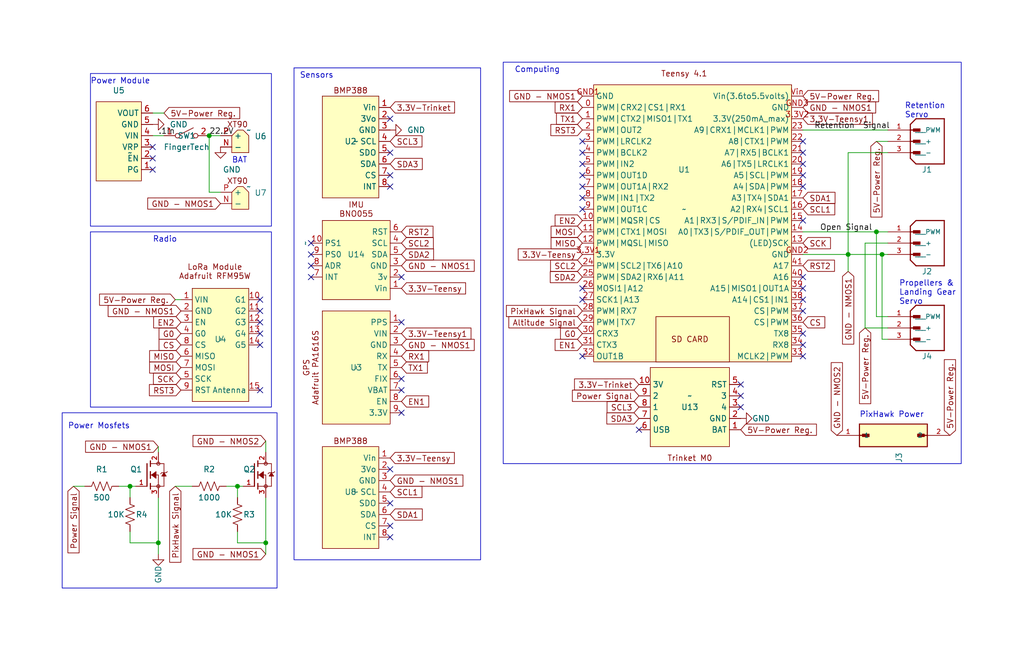
<source format=kicad_sch>
(kicad_sch (version 20230121) (generator eeschema)
  (paper "User" 229.997 150.012)
  (title_block (title "PCB Design Schematic") (date "2024-01-06") (rev "3") (company "Anthony Konstantinidi and Kathleen Arrington"))
  (lib_symbols
    (symbol "BMP388:BMP388"
      (property "Reference" "U" (at 1.27 0 0))
      (symbol "BMP388_1_1"
        (rectangle (start -6.35 10.16) (end 6.35 -12.7) (fill (type background)))
        (text "BMP388" (at 0 11.43 0) (effects (font (size 1.27 1.27))))
        (pin input line (at 8.89 7.62 180) (length 2.54) (name "Vin") (number "1"))
        (pin input line (at 8.89 5.08 180) (length 2.54) (name "3Vo") (number "2"))
        (pin input line (at 8.89 2.54 180) (length 2.54) (name "GND") (number "3"))
        (pin input line (at 8.89 0 180) (length 2.54) (name "SCL") (number "4"))
        (pin input line (at 8.89 -2.54 180) (length 2.54) (name "SDO") (number "5"))
        (pin input line (at 8.89 -5.08 180) (length 2.54) (name "SDA") (number "6"))
        (pin input line (at 8.89 -7.62 180) (length 2.54) (name "CS") (number "7"))
        (pin input line (at 8.89 -10.16 180) (length 2.54) (name "INT") (number "8"))
      )
    )
    (symbol "BNO055:BNO055"
      (property "Reference" "U" (at 0 -1.27 0))
      (symbol "BNO055_1_1"
        (rectangle (start -7.62 7.62) (end 7.62 -10.16) (fill (type background)))
        (text "IMU\nBNO055" (at 0 10.16 0) (effects (font (size 1.27 1.27))))
        (pin bidirectional line (at 10.16 -7.62 180) (length 2.54) (name "Vin") (number "1"))
        (pin bidirectional line (at -10.16 2.54 0) (length 2.54) (name "PS1") (number "10"))
        (pin bidirectional line (at 10.16 -5.08 180) (length 2.54) (name "3v") (number "2"))
        (pin bidirectional line (at 10.16 -2.54 180) (length 2.54) (name "GND") (number "3"))
        (pin bidirectional line (at 10.16 2.54 180) (length 2.54) (name "SCL") (number "4"))
        (pin bidirectional line (at 10.16 0 180) (length 2.54) (name "SDA") (number "5"))
        (pin bidirectional line (at 10.16 5.08 180) (length 2.54) (name "RST") (number "6"))
        (pin bidirectional line (at -10.16 -5.08 0) (length 2.54) (name "INT") (number "7"))
        (pin bidirectional line (at -10.16 -2.54 0) (length 2.54) (name "ADR") (number "8"))
        (pin bidirectional line (at -10.16 0 0) (length 2.54) (name "PS0") (number "9"))
      )
    )
    (symbol "Device:R_US" (pin_numbers hide) (pin_names (offset 0))
      (property "Reference" "R" (at 2.54 0 90))
      (property "Value" "R_US" (at -2.54 0 90))
      (symbol "R_US_0_1"
        (polyline (pts (xy 0 -2.286) (xy 0 -2.54)))
        (polyline (pts (xy 0 2.286) (xy 0 2.54)))
        (polyline (pts (xy 0 -0.762) (xy 1.016 -1.143) (xy 0 -1.524) (xy -1.016 -1.905) (xy 0 -2.286)))
        (polyline (pts (xy 0 0.762) (xy 1.016 0.381) (xy 0 0) (xy -1.016 -0.381) (xy 0 -0.762)))
        (polyline (pts (xy 0 2.286) (xy 1.016 1.905) (xy 0 1.524) (xy -1.016 1.143) (xy 0 0.762)))
      )
      (symbol "R_US_1_1"
        (pin passive line (at 0 3.81 270) (length 1.27) (name "~") (number "1"))
        (pin passive line (at 0 -3.81 90) (length 1.27) (name "~") (number "2"))
      )
    )
    (symbol "GPS:Adafruit_PA1616S"
      (property "Reference" "U" (at 0 0 0))
      (symbol "Adafruit_PA1616S_1_1"
        (rectangle (start -12.7 7.62) (end 12.7 -7.62) (fill (type background)))
        (text "GPS\nAdafruit PA1616S" (at 0 10.16 0) (effects (font (size 1.27 1.27))))
        (pin bidirectional line (at 10.16 -10.16 90) (length 2.54) (name "PPS") (number "1"))
        (pin bidirectional line (at 7.62 -10.16 90) (length 2.54) (name "VIN") (number "2"))
        (pin bidirectional line (at 5.08 -10.16 90) (length 2.54) (name "GND") (number "3"))
        (pin bidirectional line (at 2.54 -10.16 90) (length 2.54) (name "RX") (number "4"))
        (pin bidirectional line (at 0 -10.16 90) (length 2.54) (name "TX") (number "5"))
        (pin bidirectional line (at -2.54 -10.16 90) (length 2.54) (name "FIX") (number "6"))
        (pin bidirectional line (at -5.08 -10.16 90) (length 2.54) (name "VBAT") (number "7"))
        (pin bidirectional line (at -7.62 -10.16 90) (length 2.54) (name "EN") (number "8"))
        (pin bidirectional line (at -10.16 -10.16 90) (length 2.54) (name "3.3V") (number "9"))
      )
    )
    (symbol "MCUs:Teensy_4.1"
      (property "Reference" "U" (at 0 0 0))
      (symbol "Teensy_4.1_1_1"
        (rectangle (start -20.32 27.94) (end 24.13 -34.29) (fill (type background)))
        (rectangle (start -6.35 -24.13) (end 10.16 -34.29))
        (text "SD CARD" (at 1.27 -29.21 0) (effects (font (size 1.27 1.27))))
        (text "Teensy 4.1" (at 0 30.48 0) (effects (font (size 1.27 1.27))))
        (pin input line (at -22.86 22.86 0) (length 2.54) (name "PWM|CRX2|CS1|RX1") (number "0"))
        (pin input line (at -22.86 20.32 0) (length 2.54) (name "PWM|CTX2|MISO1|TX1") (number "1"))
        (pin input line (at -22.86 -2.54 0) (length 2.54) (name "PWM|MQSR|CS") (number "10"))
        (pin input line (at -22.86 -5.08 0) (length 2.54) (name "PWM|CTX1|MOSI") (number "11"))
        (pin input line (at -22.86 -7.62 0) (length 2.54) (name "PWM|MQSL|MISO") (number "12"))
        (pin input line (at 26.67 -7.62 180) (length 2.54) (name "(LED)SCK") (number "13"))
        (pin input line (at 26.67 -5.08 180) (length 2.54) (name "A0|TX3|S/PDIF_OUT|PWM") (number "14"))
        (pin input line (at 26.67 -2.54 180) (length 2.54) (name "A1|RX3|S/PDIF_IN|PWM") (number "15"))
        (pin input line (at 26.67 0 180) (length 2.54) (name "A2|RX4|SCL1") (number "16"))
        (pin input line (at 26.67 2.54 180) (length 2.54) (name "A3|TX4|SDA1") (number "17"))
        (pin input line (at 26.67 5.08 180) (length 2.54) (name "A4|SDA|PWM") (number "18"))
        (pin input line (at 26.67 7.62 180) (length 2.54) (name "A5|SCL|PWM") (number "19"))
        (pin input line (at -22.86 17.78 0) (length 2.54) (name "PWM|OUT2") (number "2"))
        (pin input line (at 26.67 10.16 180) (length 2.54) (name "A6|TX5|LRCLK1") (number "20"))
        (pin input line (at 26.67 12.7 180) (length 2.54) (name "A7|RX5|BCLK1") (number "21"))
        (pin input line (at 26.67 15.24 180) (length 2.54) (name "A8|CTX1|PWM") (number "22"))
        (pin input line (at 26.67 17.78 180) (length 2.54) (name "A9|CRX1|MCLK1|PWM") (number "23"))
        (pin input line (at -22.86 -12.7 0) (length 2.54) (name "PWM|SCL2|TX6|A10") (number "24"))
        (pin input line (at -22.86 -15.24 0) (length 2.54) (name "PWM|SDA2|RX6|A11") (number "25"))
        (pin input line (at -22.86 -17.78 0) (length 2.54) (name "MOSI1|A12") (number "26"))
        (pin input line (at -22.86 -20.32 0) (length 2.54) (name "SCK1|A13") (number "27"))
        (pin input line (at -22.86 -22.86 0) (length 2.54) (name "PWM|RX7") (number "28"))
        (pin input line (at -22.86 -25.4 0) (length 2.54) (name "PWM|TX7") (number "29"))
        (pin input line (at -22.86 15.24 0) (length 2.54) (name "PWM|LRCLK2") (number "3"))
        (pin input line (at -22.86 -10.16 0) (length 2.54) (name "3.3V") (number "3.3V1"))
        (pin input line (at 26.67 20.32 180) (length 2.54) (name "3.3V(250mA_max)") (number "3.3V2"))
        (pin input line (at -22.86 -27.94 0) (length 2.54) (name "CRX3") (number "30"))
        (pin input line (at -22.86 -30.48 0) (length 2.54) (name "CTX3") (number "31"))
        (pin input line (at -22.86 -33.02 0) (length 2.54) (name "OUT1B") (number "32"))
        (pin input line (at 26.67 -33.02 180) (length 2.54) (name "MCLK2|PWM") (number "33"))
        (pin input line (at 26.67 -30.48 180) (length 2.54) (name "RX8") (number "34"))
        (pin input line (at 26.67 -27.94 180) (length 2.54) (name "TX8") (number "35"))
        (pin input line (at 26.67 -25.4 180) (length 2.54) (name "CS|PWM") (number "36"))
        (pin input line (at 26.67 -22.86 180) (length 2.54) (name "CS|PWM") (number "37"))
        (pin input line (at 26.67 -20.32 180) (length 2.54) (name "A14|CS1|IN1") (number "38"))
        (pin input line (at 26.67 -17.78 180) (length 2.54) (name "A15|MISO1|OUT1A") (number "39"))
        (pin input line (at -22.86 12.7 0) (length 2.54) (name "PWM|BCLK2") (number "4"))
        (pin input line (at 26.67 -15.24 180) (length 2.54) (name "A16") (number "40"))
        (pin input line (at 26.67 -12.7 180) (length 2.54) (name "A17") (number "41"))
        (pin input line (at -22.86 10.16 0) (length 2.54) (name "PWM|IN2") (number "5"))
        (pin input line (at -22.86 7.62 0) (length 2.54) (name "PWM|OUT1D") (number "6"))
        (pin input line (at -22.86 5.08 0) (length 2.54) (name "PWM|OUT1A|RX2") (number "7"))
        (pin input line (at -22.86 2.54 0) (length 2.54) (name "PWM|IN1|TX2") (number "8"))
        (pin input line (at -22.86 0 0) (length 2.54) (name "PWM|OUT1C") (number "9"))
        (pin input line (at -22.86 25.4 0) (length 2.54) (name "GND") (number "GND1"))
        (pin input line (at 26.67 -10.16 180) (length 2.54) (name "GND") (number "GND2"))
        (pin input line (at 26.67 22.86 180) (length 2.54) (name "GND") (number "GND3"))
        (pin input line (at 26.67 25.4 180) (length 2.54) (name "Vin(3.6to5.5volts)") (number "Vin"))
      )
    )
    (symbol "Polulu:D36V50F5"
      (property "Reference" "U" (at -3.81 1.27 0))
      (symbol "D36V50F5_1_1"
        (rectangle (start -7.62 11.43) (end 2.54 -6.35) (fill (type background)))
        (pin bidirectional line (at 5.08 -3.81 180) (length 2.54) (name "PG") (number "1"))
        (pin bidirectional line (at 5.08 -1.27 180) (length 2.54) (name "EN") (number "2"))
        (pin bidirectional line (at 5.08 1.27 180) (length 2.54) (name "VRP") (number "3"))
        (pin bidirectional line (at 5.08 3.81 180) (length 2.54) (name "VIN") (number "4"))
        (pin bidirectional line (at 5.08 6.35 180) (length 2.54) (name "GND") (number "5"))
        (pin bidirectional line (at 5.08 8.89 180) (length 2.54) (name "VOUT") (number "6"))
      )
    )
    (symbol "RFModule:Adafruit_RFM95W"
      (property "Reference" "U" (at 2.54 0 90))
      (symbol "Adafruit_RFM95W_1_1"
        (rectangle (start -3.81 11.43) (end 8.89 -13.97) (fill (type background)))
        (text "LoRa Module\nAdafruit RFM95W\n" (at 1.27 15.24 0) (effects (font (size 1.27 1.27))))
        (pin bidirectional line (at -6.35 8.89 0) (length 2.54) (name "VIN") (number "1"))
        (pin bidirectional line (at 11.43 8.89 180) (length 2.54) (name "G1") (number "10"))
        (pin bidirectional line (at 11.43 6.35 180) (length 2.54) (name "G2") (number "11"))
        (pin bidirectional line (at 11.43 3.81 180) (length 2.54) (name "G3") (number "12"))
        (pin bidirectional line (at 11.43 1.27 180) (length 2.54) (name "G4") (number "13"))
        (pin bidirectional line (at 11.43 -1.27 180) (length 2.54) (name "G5") (number "14"))
        (pin bidirectional line (at 11.43 -11.43 180) (length 2.54) (name "Antenna") (number "15"))
        (pin bidirectional line (at -6.35 6.35 0) (length 2.54) (name "GND") (number "2"))
        (pin bidirectional line (at -6.35 3.81 0) (length 2.54) (name "EN") (number "3"))
        (pin bidirectional line (at -6.35 1.27 0) (length 2.54) (name "G0") (number "4"))
        (pin bidirectional line (at -6.35 -8.89 0) (length 2.54) (name "SCK") (number "5"))
        (pin bidirectional line (at -6.35 -3.81 0) (length 2.54) (name "MISO") (number "6"))
        (pin bidirectional line (at -6.35 -6.35 0) (length 2.54) (name "MOSI") (number "7"))
        (pin bidirectional line (at -6.35 -1.27 0) (length 2.54) (name "CS") (number "8"))
        (pin bidirectional line (at -6.35 -11.43 0) (length 2.54) (name "RST") (number "9"))
      )
    )
    (symbol "Switch:SW_SPST" (pin_names (offset 0) hide)
      (property "Reference" "SW" (at 0 3.175 0))
      (property "Value" "SW_SPST" (at 0 -2.54 0))
      (symbol "SW_SPST_0_0"
        (circle (center -2.032 0) (radius 0.508))
        (polyline (pts (xy -1.524 0.254) (xy 1.524 1.778)))
        (circle (center 2.032 0) (radius 0.508))
      )
      (symbol "SW_SPST_1_1"
        (pin passive line (at -5.08 0 0) (length 2.54) (name "A") (number "1"))
        (pin passive line (at 5.08 0 180) (length 2.54) (name "B") (number "2"))
      )
    )
    (symbol "Trinket M0:Trinket_M0"
      (property "Reference" "U" (at 0 0 0))
      (symbol "Trinket_M0_1_1"
        (rectangle (start -8.89 11.43) (end 8.89 -6.35) (fill (type background)))
        (text "Trinket M0\n" (at 0 13.97 0) (effects (font (size 1.27 1.27))))
        (pin bidirectional line (at -11.43 7.62 0) (length 2.54) (name "BAT") (number "1"))
        (pin bidirectional line (at 11.43 -2.54 180) (length 2.54) (name "3V") (number "10"))
        (pin bidirectional line (at -11.43 5.08 0) (length 2.54) (name "GND") (number "2"))
        (pin bidirectional line (at -11.43 2.54 0) (length 2.54) (name "4") (number "3"))
        (pin bidirectional line (at -11.43 0 0) (length 2.54) (name "3") (number "4"))
        (pin bidirectional line (at -11.43 -2.54 0) (length 2.54) (name "RST") (number "5"))
        (pin bidirectional line (at 11.43 7.62 180) (length 2.54) (name "USB") (number "6"))
        (pin bidirectional line (at 11.43 5.08 180) (length 2.54) (name "0") (number "7"))
        (pin bidirectional line (at 11.43 2.54 180) (length 2.54) (name "1") (number "8"))
        (pin bidirectional line (at 11.43 0 180) (length 2.54) (name "2") (number "9"))
      )
    )
    (symbol "XT90_1"
      (property "Reference" "U" (at -1.27 -2.54 0))
      (symbol "XT90_1_1_1"
        (polyline (pts (xy -3.81 -5.08) (xy 0 -5.08) (xy 0 -1.27) (xy -1.27 0) (xy -2.54 0) (xy -3.81 -1.27) (xy -3.81 -5.08)) (fill (type background)))
        (text "XT90\n" (at -2.54 1.27 0) (effects (font (size 1.27 1.27))))
        (pin input line (at -6.35 -3.81 0) (length 2.54) (name "-") (number "N"))
        (pin input line (at -6.35 -1.27 0) (length 2.54) (name "+") (number "P"))
      )
    )
    (symbol "molex2pin:460150206" (pin_names (offset 1.016))
      (property "Reference" "J" (at -7.62 3.81 0))
      (property "Value" "460150206" (at -7.62 -5.08 0))
      (symbol "460150206_0_0"
        (rectangle (start -7.62 -2.54) (end 7.62 2.54) (stroke (width 0.254)) (fill (type background)))
        (rectangle (start -6.985 -0.3175) (end -5.3975 0.3175) (stroke (width 0.1)) (fill (type outline)))
        (polyline (pts (xy -7.62 0) (xy -5.715 0)) (stroke (width 0.254)))
        (polyline (pts (xy 7.62 0) (xy 5.715 0)) (stroke (width 0.254)))
        (rectangle (start 5.3975 -0.3175) (end 6.985 0.3175) (stroke (width 0.1)) (fill (type outline)))
        (pin passive line (at -12.7 0 0) (length 5.08) (name "1") (number "1"))
        (pin passive line (at 12.7 0 180) (length 5.08) (name "2") (number "2"))
      )
    )
    (symbol "molexConnector:532540370" (pin_names (offset 1.016))
      (property "Reference" "J" (at 0 6.35 0))
      (property "Value" "532540370" (at 0 -7.62 0))
      (symbol "532540370_0_0"
        (polyline (pts (xy 0 -3.81) (xy 1.27 -5.08)) (stroke (width 0.254)))
        (polyline (pts (xy 0 -2.54) (xy 1.905 -2.54)) (stroke (width 0.254)))
        (polyline (pts (xy 0 0) (xy 1.905 0)) (stroke (width 0.254)))
        (polyline (pts (xy 0 2.54) (xy 0 -3.81)) (stroke (width 0.254)))
        (polyline (pts (xy 0 2.54) (xy 1.905 2.54)) (stroke (width 0.254)))
        (polyline (pts (xy 0 3.81) (xy 0 2.54)) (stroke (width 0.254)))
        (polyline (pts (xy 0 3.81) (xy 1.27 5.08)) (stroke (width 0.254)))
        (polyline (pts (xy 1.27 -5.08) (xy 7.62 -5.08)) (stroke (width 0.254)))
        (polyline (pts (xy 7.62 -5.08) (xy 7.62 5.08)) (stroke (width 0.254)))
        (polyline (pts (xy 7.62 5.08) (xy 1.27 5.08)) (stroke (width 0.254)))
        (rectangle (start 0.635 -2.8575) (end 2.2225 -2.2225) (stroke (width 0.1)) (fill (type outline)))
        (rectangle (start 0.635 0.3175) (end 2.2225 -0.3175) (stroke (width 0.1)) (fill (type outline)))
        (rectangle (start 0.635 2.2225) (end 2.2225 2.8575) (stroke (width 0.1)) (fill (type outline)))
      )
      (symbol "532540370_1_0"
        (pin passive line (at -5.08 2.54 0) (length 5.08) (name "___PWM") (number "1"))
        (pin passive line (at -5.08 0 0) (length 5.08) (name "___+") (number "2"))
        (pin passive line (at -5.08 -2.54 0) (length 5.08) (name "___-") (number "3"))
      )
    )
    (symbol "power:GND" (power) (pin_names (offset 0))
      (property "Value" "GND" (at 0 -3.81 0))
      (symbol "GND_0_1"
        (polyline (pts (xy 0 0) (xy 0 -1.27) (xy 1.27 -1.27) (xy 0 -2.54) (xy -1.27 -1.27) (xy 0 -1.27)))
      )
      (symbol "GND_1_1"
        (pin power_in line (at 0 0 270) (length 0) hide (name "GND") (number "1"))
      )
    )
    (symbol "teensyMosfet:CSD19503KCS" (pin_names (offset 1.016))
      (property "Reference" "Q" (at 6.096 1.778 0))
      (property "Value" "CSD19503KCS" (at 6.096 -0.762 0))
      (symbol "CSD19503KCS_0_0"
        (polyline (pts (xy 0 2.54) (xy 0 -2.54)) (stroke (width 0.254)))
        (polyline (pts (xy 0.762 -2.54) (xy 0.762 -3.175)) (stroke (width 0.254)))
        (polyline (pts (xy 0.762 -1.905) (xy 0.762 -2.54)) (stroke (width 0.254)))
        (polyline (pts (xy 0.762 0) (xy 0.762 -0.762)) (stroke (width 0.254)))
        (polyline (pts (xy 0.762 0) (xy 2.54 0)) (stroke (width 0.1524)))
        (polyline (pts (xy 0.762 0.762) (xy 0.762 0)) (stroke (width 0.254)))
        (polyline (pts (xy 0.762 2.54) (xy 0.762 1.905)) (stroke (width 0.254)))
        (polyline (pts (xy 0.762 2.54) (xy 3.81 2.54)) (stroke (width 0.1524)))
        (polyline (pts (xy 0.762 3.175) (xy 0.762 2.54)) (stroke (width 0.254)))
        (polyline (pts (xy 2.54 -2.54) (xy 0.762 -2.54)) (stroke (width 0.1524)))
        (polyline (pts (xy 2.54 -2.54) (xy 3.81 -2.54)) (stroke (width 0.1524)))
        (polyline (pts (xy 2.54 0) (xy 2.54 -2.54)) (stroke (width 0.1524)))
        (polyline (pts (xy 3.302 0.508) (xy 3.048 0.254)) (stroke (width 0.1524)))
        (polyline (pts (xy 3.81 0.508) (xy 3.302 0.508)) (stroke (width 0.1524)))
        (polyline (pts (xy 3.81 0.508) (xy 3.81 -2.54)) (stroke (width 0.1524)))
        (polyline (pts (xy 3.81 2.54) (xy 3.81 0.508)) (stroke (width 0.1524)))
        (polyline (pts (xy 4.318 0.508) (xy 3.81 0.508)) (stroke (width 0.1524)))
        (polyline (pts (xy 4.572 0.762) (xy 4.318 0.508)) (stroke (width 0.1524)))
        (polyline (pts (xy 1.016 0) (xy 2.032 0.762) (xy 2.032 -0.762) (xy 1.016 0)) (stroke (width 0.1524)) (fill (type outline)))
        (polyline (pts (xy 3.81 0.508) (xy 3.302 -0.254) (xy 4.318 -0.254) (xy 3.81 0.508)) (stroke (width 0.1524)) (fill (type outline)))
        (circle (center 2.54 -2.54) (radius 0.3592))
        (circle (center 2.54 2.54) (radius 0.3592))
        (pin passive line (at -2.54 -2.54 0) (length 2.54) (name "~") (number "1"))
        (pin passive line (at 2.54 5.08 270) (length 2.54) (name "~") (number "2"))
        (pin passive line (at 2.54 -5.08 90) (length 2.54) (name "~") (number "3"))
      )
    )
  )
  (junction (at 198.12 57.15))
  (junction (at 196.85 52.07))
  (junction (at 35.56 121.92))
  (junction (at 59.69 121.92))
  (junction (at 46.99 30.48))
  (junction (at 190.5 57.15))
  (junction (at 53.34 109.22))
  (junction (at 29.21 109.22))
  (no_connect (at 69.85 62.23))
  (no_connect (at 180.34 67.31))
  (no_connect (at 166.37 86.36))
  (no_connect (at 87.63 39.37))
  (no_connect (at 130.81 34.29))
  (no_connect (at 143.51 96.52))
  (no_connect (at 180.34 74.93))
  (no_connect (at 130.81 80.01))
  (no_connect (at 130.81 44.45))
  (no_connect (at 180.34 39.37))
  (no_connect (at 34.29 38.1))
  (no_connect (at 34.29 35.56))
  (no_connect (at 130.81 67.31))
  (no_connect (at 180.34 34.29))
  (no_connect (at 87.63 41.91))
  (no_connect (at 130.81 39.37))
  (no_connect (at 90.17 87.63))
  (no_connect (at 87.63 34.29))
  (no_connect (at 34.29 33.02))
  (no_connect (at 130.81 46.99))
  (no_connect (at 180.34 80.01))
  (no_connect (at 180.34 77.47))
  (no_connect (at 180.34 64.77))
  (no_connect (at 90.17 62.23))
  (no_connect (at 58.42 87.63))
  (no_connect (at 90.17 92.71))
  (no_connect (at 90.17 85.09))
  (no_connect (at 58.42 74.93))
  (no_connect (at 130.81 64.77))
  (no_connect (at 180.34 49.53))
  (no_connect (at 180.34 62.23))
  (no_connect (at 58.42 77.47))
  (no_connect (at 90.17 72.39))
  (no_connect (at 87.63 105.41))
  (no_connect (at 130.81 31.75))
  (no_connect (at 180.34 41.91))
  (no_connect (at 58.42 67.31))
  (no_connect (at 87.63 26.67))
  (no_connect (at 69.85 57.15))
  (no_connect (at 87.63 120.65))
  (no_connect (at 58.42 72.39))
  (no_connect (at 69.85 59.69))
  (no_connect (at 166.37 88.9))
  (no_connect (at 58.42 69.85))
  (no_connect (at 87.63 118.11))
  (no_connect (at 87.63 113.03))
  (no_connect (at 130.81 36.83))
  (no_connect (at 130.81 41.91))
  (no_connect (at 180.34 31.75))
  (no_connect (at 180.34 69.85))
  (no_connect (at 166.37 91.44))
  (no_connect (at 180.34 36.83))
  (no_connect (at 69.85 54.61))
  (wire (pts (xy 35.56 121.92) (xy 35.56 124.46)))
  (wire (pts (xy 196.85 31.75) (xy 199.39 31.75)))
  (wire (pts (xy 53.34 109.22) (xy 54.61 109.22)))
  (wire (pts (xy 180.34 29.21) (xy 199.39 29.21)))
  (wire (pts (xy 29.21 119.38) (xy 29.21 121.92)))
  (wire (pts (xy 46.99 30.48) (xy 49.53 30.48)))
  (wire (pts (xy 16.51 109.22) (xy 19.05 109.22)))
  (wire (pts (xy 29.21 121.92) (xy 35.56 121.92)))
  (wire (pts (xy 196.85 52.07) (xy 199.39 52.07)))
  (wire (pts (xy 190.5 60.96) (xy 190.5 57.15)))
  (wire (pts (xy 198.12 57.15) (xy 199.39 57.15)))
  (wire (pts (xy 59.69 99.06) (xy 59.69 101.6)))
  (wire (pts (xy 198.12 57.15) (xy 198.12 76.2)))
  (wire (pts (xy 35.56 111.76) (xy 35.56 121.92)))
  (wire (pts (xy 39.37 109.22) (xy 43.18 109.22)))
  (wire (pts (xy 194.31 54.61) (xy 199.39 54.61)))
  (wire (pts (xy 59.69 121.92) (xy 59.69 111.76)))
  (wire (pts (xy 190.5 57.15) (xy 180.34 57.15)))
  (wire (pts (xy 53.34 109.22) (xy 53.34 111.76)))
  (wire (pts (xy 194.31 54.61) (xy 194.31 73.66)))
  (wire (pts (xy 36.83 25.4) (xy 34.29 25.4)))
  (wire (pts (xy 53.34 119.38) (xy 53.34 121.92)))
  (wire (pts (xy 46.99 43.18) (xy 49.53 43.18)))
  (wire (pts (xy 196.85 52.07) (xy 196.85 71.12)))
  (wire (pts (xy 53.34 121.92) (xy 59.69 121.92)))
  (wire (pts (xy 50.8 109.22) (xy 53.34 109.22)))
  (wire (pts (xy 46.99 30.48) (xy 46.99 43.18)))
  (wire (pts (xy 194.31 73.66) (xy 199.39 73.66)))
  (wire (pts (xy 59.69 124.46) (xy 59.69 121.92)))
  (wire (pts (xy 39.37 67.31) (xy 40.64 67.31)))
  (wire (pts (xy 34.29 30.48) (xy 36.83 30.48)))
  (wire (pts (xy 180.34 52.07) (xy 196.85 52.07)))
  (wire (pts (xy 190.5 57.15) (xy 198.12 57.15)))
  (wire (pts (xy 190.5 34.29) (xy 190.5 57.15)))
  (wire (pts (xy 199.39 71.12) (xy 196.85 71.12)))
  (wire (pts (xy 199.39 76.2) (xy 198.12 76.2)))
  (wire (pts (xy 29.21 109.22) (xy 29.21 111.76)))
  (wire (pts (xy 35.56 100.33) (xy 35.56 101.6)))
  (wire (pts (xy 29.21 109.22) (xy 30.48 109.22)))
  (wire (pts (xy 199.39 34.29) (xy 190.5 34.29)))
  (wire (pts (xy 26.67 109.22) (xy 29.21 109.22)))
  (rectangle (start 113.03 13.97) (end 215.9 104.14))
  (rectangle (start 66.04 15.24) (end 107.95 125.73))
  (rectangle (start 20.32 52.07) (end 60.96 91.44))
  (rectangle (start 20.32 16.51) (end 60.96 50.8))
  (rectangle (start 13.97 92.71) (end 62.23 132.08))
  (text "Power Module" (at 20.32 19.05 0) (effects (font (size 1.27 1.27)) (justify left bottom)))
  (text "BAT" (at 52.07 36.83 0) (effects (font (size 1.27 1.27)) (justify left bottom)))
  (text "Computing" (at 115.57 16.51 0) (effects (font (size 1.27 1.27)) (justify left bottom)))
  (text "Power Mosfets\n" (at 15.24 96.52 0) (effects (font (size 1.27 1.27)) (justify left bottom)))
  (text "Sensors" (at 67.31 17.78 0) (effects (font (size 1.27 1.27)) (justify left bottom)))
  (text "Radio" (at 34.29 54.61 0) (effects (font (size 1.27 1.27)) (justify left bottom)))
  (text "Propellers &\nLanding Gear\nServo\n" (at 201.93 68.58 0) (effects (font (size 1.27 1.27)) (justify left bottom)))
  (text "Retention\nServo\n" (at 203.2 26.67 0) (effects (font (size 1.27 1.27)) (justify left bottom)))
  (text "PixHawk Power" (at 193.04 93.98 0) (effects (font (size 1.27 1.27)) (justify left bottom)))
  (label "22.2V" (at 46.99 30.48 0))
  (label ".1in" (at 35.56 30.48 0))
  (label "Retention  Signal" (at 182.88 29.21 0))
  (label "Open Signal" (at 184.15 52.07 0))
  (global_label "5V-Power Reg." (shape input) (at 196.85 31.75 270) (property "Intersheetrefs" "${INTERSHEET_REFS}" (effects hide)))
  (global_label "GND - NMOS1" (shape input) (at 90.17 59.69 0) (property "Intersheetrefs" "${INTERSHEET_REFS}" (effects hide)))
  (global_label "SCL2" (shape input) (at 90.17 54.61 0) (property "Intersheetrefs" "${INTERSHEET_REFS}" (effects hide)))
  (global_label "3.3V-Trinket" (shape input) (at 143.51 86.36 180) (property "Intersheetrefs" "${INTERSHEET_REFS}" (effects hide)))
  (global_label "GND - NMOS1" (shape input) (at 90.17 77.47 0) (property "Intersheetrefs" "${INTERSHEET_REFS}" (effects hide)))
  (global_label "SDA1" (shape input) (at 87.63 115.57 0) (property "Intersheetrefs" "${INTERSHEET_REFS}" (effects hide)))
  (global_label "MOSI" (shape input) (at 130.81 52.07 180) (property "Intersheetrefs" "${INTERSHEET_REFS}" (effects hide)))
  (global_label "GND - NMOS1" (shape input) (at 130.81 21.59 180) (property "Intersheetrefs" "${INTERSHEET_REFS}" (effects hide)))
  (global_label "MISO" (shape input) (at 40.64 80.01 180) (property "Intersheetrefs" "${INTERSHEET_REFS}" (effects hide)))
  (global_label "MOSI" (shape input) (at 40.64 82.55 180) (property "Intersheetrefs" "${INTERSHEET_REFS}" (effects hide)))
  (global_label "TX1" (shape input) (at 130.81 26.67 180) (property "Intersheetrefs" "${INTERSHEET_REFS}" (effects hide)))
  (global_label "RST2" (shape input) (at 90.17 52.07 0) (property "Intersheetrefs" "${INTERSHEET_REFS}" (effects hide)))
  (global_label "EN1" (shape input) (at 130.81 77.47 180) (property "Intersheetrefs" "${INTERSHEET_REFS}" (effects hide)))
  (global_label "GND - NMOS1" (shape input) (at 59.69 124.46 180) (property "Intersheetrefs" "${INTERSHEET_REFS}" (effects hide)))
  (global_label "SCL1" (shape input) (at 87.63 110.49 0) (property "Intersheetrefs" "${INTERSHEET_REFS}" (effects hide)))
  (global_label "GND - NMOS1" (shape input) (at 35.56 100.33 180) (property "Intersheetrefs" "${INTERSHEET_REFS}" (effects hide)))
  (global_label "5V-Power Reg." (shape input) (at 36.83 25.4 0) (property "Intersheetrefs" "${INTERSHEET_REFS}" (effects hide)))
  (global_label "TX1" (shape input) (at 90.17 82.55 0) (property "Intersheetrefs" "${INTERSHEET_REFS}" (effects hide)))
  (global_label "EN1" (shape input) (at 90.17 90.17 0) (property "Intersheetrefs" "${INTERSHEET_REFS}" (effects hide)))
  (global_label "RST3" (shape input) (at 130.81 29.21 180) (property "Intersheetrefs" "${INTERSHEET_REFS}" (effects hide)))
  (global_label "G0" (shape input) (at 130.81 74.93 180) (property "Intersheetrefs" "${INTERSHEET_REFS}" (effects hide)))
  (global_label "CS" (shape input) (at 180.34 72.39 0) (property "Intersheetrefs" "${INTERSHEET_REFS}" (effects hide)))
  (global_label "5V-Power Reg." (shape input) (at 194.31 73.66 270) (property "Intersheetrefs" "${INTERSHEET_REFS}" (effects hide)))
  (global_label "5V-Power Reg." (shape input) (at 166.37 96.52 0) (property "Intersheetrefs" "${INTERSHEET_REFS}" (effects hide)))
  (global_label "SDA2" (shape input) (at 90.17 57.15 0) (property "Intersheetrefs" "${INTERSHEET_REFS}" (effects hide)))
  (global_label "CS" (shape input) (at 40.64 77.47 180) (property "Intersheetrefs" "${INTERSHEET_REFS}" (effects hide)))
  (global_label "RX1" (shape input) (at 130.81 24.13 180) (property "Intersheetrefs" "${INTERSHEET_REFS}" (effects hide)))
  (global_label "SCL3" (shape input) (at 87.63 31.75 0) (property "Intersheetrefs" "${INTERSHEET_REFS}" (effects hide)))
  (global_label "GND - NMOS2" (shape input) (at 59.69 99.06 180) (property "Intersheetrefs" "${INTERSHEET_REFS}" (effects hide)))
  (global_label "5V-Power Reg." (shape input) (at 39.37 67.31 180) (property "Intersheetrefs" "${INTERSHEET_REFS}" (effects hide)))
  (global_label "SCK" (shape input) (at 180.34 54.61 0) (property "Intersheetrefs" "${INTERSHEET_REFS}" (effects hide)))
  (global_label "MISO" (shape input) (at 130.81 54.61 180) (property "Intersheetrefs" "${INTERSHEET_REFS}" (effects hide)))
  (global_label "Altitude Signal" (shape input) (at 130.81 72.39 180) (property "Intersheetrefs" "${INTERSHEET_REFS}" (effects hide)))
  (global_label "5V-Power Reg." (shape input) (at 180.34 21.59 0) (property "Intersheetrefs" "${INTERSHEET_REFS}" (effects hide)))
  (global_label "GND - NMOS1" (shape input) (at 49.53 45.72 180) (property "Intersheetrefs" "${INTERSHEET_REFS}" (effects hide)))
  (global_label "SCL1" (shape input) (at 180.34 46.99 0) (property "Intersheetrefs" "${INTERSHEET_REFS}" (effects hide)))
  (global_label "RST3" (shape input) (at 40.64 87.63 180) (property "Intersheetrefs" "${INTERSHEET_REFS}" (effects hide)))
  (global_label "3.3V-Teensy1" (shape input) (at 90.17 74.93 0) (property "Intersheetrefs" "${INTERSHEET_REFS}" (effects hide)))
  (global_label "SCL3" (shape input) (at 143.51 91.44 180) (property "Intersheetrefs" "${INTERSHEET_REFS}" (effects hide)))
  (global_label "SCL2" (shape input) (at 130.81 59.69 180) (property "Intersheetrefs" "${INTERSHEET_REFS}" (effects hide)))
  (global_label "SDA2" (shape input) (at 130.81 62.23 180) (property "Intersheetrefs" "${INTERSHEET_REFS}" (effects hide)))
  (global_label "EN2" (shape input) (at 130.81 49.53 180) (property "Intersheetrefs" "${INTERSHEET_REFS}" (effects hide)))
  (global_label "SDA1" (shape input) (at 180.34 44.45 0) (property "Intersheetrefs" "${INTERSHEET_REFS}" (effects hide)))
  (global_label "PixHawk Signal" (shape input) (at 39.37 109.22 270) (property "Intersheetrefs" "${INTERSHEET_REFS}" (effects hide)))
  (global_label "3.3V-Trinket" (shape input) (at 87.63 24.13 0) (property "Intersheetrefs" "${INTERSHEET_REFS}" (effects hide)))
  (global_label "GND - NMOS2" (shape input) (at 187.96 97.79 90) (property "Intersheetrefs" "${INTERSHEET_REFS}" (effects hide)))
  (global_label "SDA3" (shape input) (at 143.51 93.98 180) (property "Intersheetrefs" "${INTERSHEET_REFS}" (effects hide)))
  (global_label "PixHawk Signal" (shape input) (at 130.81 69.85 180) (property "Intersheetrefs" "${INTERSHEET_REFS}" (effects hide)))
  (global_label "EN2" (shape input) (at 40.64 72.39 180) (property "Intersheetrefs" "${INTERSHEET_REFS}" (effects hide)))
  (global_label "RST2" (shape input) (at 180.34 59.69 0) (property "Intersheetrefs" "${INTERSHEET_REFS}" (effects hide)))
  (global_label "G0" (shape input) (at 40.64 74.93 180) (property "Intersheetrefs" "${INTERSHEET_REFS}" (effects hide)))
  (global_label "3.3V-Teensy1" (shape input) (at 180.34 26.67 0) (property "Intersheetrefs" "${INTERSHEET_REFS}" (effects hide)))
  (global_label "3.3V-Teensy" (shape input) (at 90.17 64.77 0) (property "Intersheetrefs" "${INTERSHEET_REFS}" (effects hide)))
  (global_label "GND - NMOS1" (shape input) (at 87.63 107.95 0) (property "Intersheetrefs" "${INTERSHEET_REFS}" (effects hide)))
  (global_label "RX1" (shape input) (at 90.17 80.01 0) (property "Intersheetrefs" "${INTERSHEET_REFS}" (effects hide)))
  (global_label "Power Signal" (shape input) (at 143.51 88.9 180) (property "Intersheetrefs" "${INTERSHEET_REFS}" (effects hide)))
  (global_label "GND - NMOS1" (shape input) (at 40.64 69.85 180) (property "Intersheetrefs" "${INTERSHEET_REFS}" (effects hide)))
  (global_label "GND - NMOS1" (shape input) (at 180.34 24.13 0) (property "Intersheetrefs" "${INTERSHEET_REFS}" (effects hide)))
  (global_label "GND - NMOS1" (shape input) (at 190.5 60.96 270) (property "Intersheetrefs" "${INTERSHEET_REFS}" (effects hide)))
  (global_label "3.3V-Teensy" (shape input) (at 130.81 57.15 180) (property "Intersheetrefs" "${INTERSHEET_REFS}" (effects hide)))
  (global_label "3.3V-Teensy" (shape input) (at 87.63 102.87 0) (property "Intersheetrefs" "${INTERSHEET_REFS}" (effects hide)))
  (global_label "SDA3" (shape input) (at 87.63 36.83 0) (property "Intersheetrefs" "${INTERSHEET_REFS}" (effects hide)))
  (global_label "Power Signal" (shape input) (at 16.51 109.22 270) (property "Intersheetrefs" "${INTERSHEET_REFS}" (effects hide)))
  (global_label "SCK" (shape input) (at 40.64 85.09 180) (property "Intersheetrefs" "${INTERSHEET_REFS}" (effects hide)))
  (global_label "5V-Power Reg." (shape input) (at 213.36 97.79 90) (property "Intersheetrefs" "${INTERSHEET_REFS}" (effects hide)))
  (symbol (lib_id "GPS:Adafruit_PA1616S") (at 80.01 82.55 90) (unit 1)
    (property "Reference" "U3" (at 80.01 82.55 90))
    (property "Value" "~" (at 80.01 82.55 0))
    (property "Footprint" "adafruit gps:GPS_adafruit" (effects hide))
  )
  (symbol (lib_id "power:GND") (at 166.37 93.98 90) (unit 1)
    (property "Reference" "#PWR024" (effects hide))
    (property "Value" "GND" (at 168.91 93.98 90) (effects (justify right)))
  )
  (symbol (lib_id "teensyMosfet:CSD19503KCS") (at 57.15 106.68 0) (unit 1)
    (property "Reference" "Q2" (at 54.61 105.41 0) (effects (justify left)))
    (property "Value" "CSD19503KCS" (effects hide))
    (property "Footprint" "teensyMosfet:teensyMosfet" (effects hide))
    (property "MF" "Texas Instruments" (effects hide))
    (property "MAXIMUM_PACKAGE_HEIGHT" "19.65 mm" (effects hide))
    (property "Package" "TO-220-3 Texas Instruments" (effects hide))
    (property "Price" "None" (effects hide))
    (property "Check_prices" "https://www.snapeda.com/parts/CSD19503KCS/Texas+Instruments/view-part/?ref=eda" (effects hide))
    (property "STANDARD" "IPC 7351B" (effects hide))
    (property "PARTREV" "08/2018" (effects hide))
    (property "SnapEDA_Link" "https://www.snapeda.com/parts/CSD19503KCS/Texas+Instruments/view-part/?ref=snap" (effects hide))
    (property "MP" "CSD19503KCS" (effects hide))
    (property "Purchase-URL" "https://www.snapeda.com/api/url_track_click_mouser/?unipart_id=808462&manufacturer=Texas Instruments&part_name=CSD19503KCS&search_term=mosfet" (effects hide))
    (property "Description" "\n80-V, N channel NexFET™ power MOSFET, single TO-220, 9.2 mOhm\n" (effects hide))
    (property "Availability" "In Stock" (effects hide))
    (property "MANUFACTURER" "Texas Instruments" (effects hide))
  )
  (symbol (lib_id "molexConnector:532540370") (at 204.47 73.66 0) (unit 1)
    (property "Reference" "J4" (at 207.01 80.01 0) (effects (justify left)))
    (property "Value" "532540370" (effects hide))
    (property "Footprint" "JST-XH3:JST-XH3" (effects hide))
    (property "MF" "Molex" (effects hide))
    (property "MAXIMUM_PACKAGE_HEIGHT" "4.2 mm" (effects hide))
    (property "Package" "None" (effects hide))
    (property "Price" "None" (effects hide))
    (property "Check_prices" "https://www.snapeda.com/parts/53254-0370/Molex/view-part/?ref=eda" (effects hide))
    (property "STANDARD" "Manufacturer Recommendations" (effects hide))
    (property "PARTREV" "A" (effects hide))
    (property "SnapEDA_Link" "https://www.snapeda.com/parts/53254-0370/Molex/view-part/?ref=snap" (effects hide))
    (property "MP" "53254-0370" (effects hide))
    (property "Description" "\nMicro-Latch 2.0mm Header rightangle 3way | Molex Incorporated 53254-0370\n" (effects hide))
    (property "Availability" "In Stock" (effects hide))
    (property "MANUFACTURER" "Molex" (effects hide))
  )
  (symbol (lib_name "XT90_1") (lib_id "PowerConnectors:XT90") (at 55.88 41.91 0) (unit 1)
    (property "Reference" "U7" (at 57.15 43.3042 0) (effects (justify left)))
    (property "Value" "~" (at 55.88 41.91 0))
    (property "Footprint" "XT60:AMASS_XT60-M" (effects hide))
  )
  (symbol (lib_id "Device:R_US") (at 22.86 109.22 90) (unit 1)
    (property "Reference" "R1" (at 22.86 105.41 90))
    (property "Value" "500" (at 22.86 111.76 90))
    (property "Footprint" "500Ohm:RESC3216X65N" (effects hide))
  )
  (symbol (lib_id "Polulu:D36V50F5") (at 29.21 34.29 0) (unit 1)
    (property "Reference" "U5" (at 26.67 20.32 0))
    (property "Value" "~" (at 29.21 34.29 0))
    (property "Footprint" "poluluRegulator:VoltageRegulator" (effects hide))
  )
  (symbol (lib_id "MCUs:Teensy_4.1") (at 153.67 46.99 0) (unit 1)
    (property "Reference" "U1" (at 153.67 38.1 0))
    (property "Value" "~" (at 153.67 46.99 0))
    (property "Footprint" "Teensy:TEENSY41" (effects hide))
  )
  (symbol (lib_id "Device:R_US") (at 46.99 109.22 90) (unit 1)
    (property "Reference" "R2" (at 46.99 105.41 90))
    (property "Value" "1000" (at 46.99 111.76 90))
    (property "Footprint" "1kOhm:RESC3216X70N" (effects hide))
  )
  (symbol (lib_id "power:GND") (at 87.63 29.21 90) (unit 1)
    (property "Reference" "#PWR03" (effects hide))
    (property "Value" "GND" (at 91.44 29.21 90) (effects (justify right)))
  )
  (symbol (lib_id "molexConnector:532540370") (at 204.47 54.61 0) (unit 1)
    (property "Reference" "J2" (at 207.01 60.96 0) (effects (justify left)))
    (property "Value" "532540370" (effects hide))
    (property "Footprint" "JST-XH3:JST-XH3" (effects hide))
    (property "MF" "Molex" (effects hide))
    (property "MAXIMUM_PACKAGE_HEIGHT" "4.2 mm" (effects hide))
    (property "Package" "None" (effects hide))
    (property "Price" "None" (effects hide))
    (property "Check_prices" "https://www.snapeda.com/parts/53254-0370/Molex/view-part/?ref=eda" (effects hide))
    (property "STANDARD" "Manufacturer Recommendations" (effects hide))
    (property "PARTREV" "A" (effects hide))
    (property "SnapEDA_Link" "https://www.snapeda.com/parts/53254-0370/Molex/view-part/?ref=snap" (effects hide))
    (property "MP" "53254-0370" (effects hide))
    (property "Description" "\nMicro-Latch 2.0mm Header rightangle 3way | Molex Incorporated 53254-0370\n" (effects hide))
    (property "Availability" "In Stock" (effects hide))
    (property "MANUFACTURER" "Molex" (effects hide))
  )
  (symbol (lib_id "molexConnector:532540370") (at 204.47 31.75 0) (unit 1)
    (property "Reference" "J1" (at 207.01 38.1 0) (effects (justify left)))
    (property "Value" "532540370" (effects hide))
    (property "Footprint" "JST-XH3:JST-XH3" (effects hide))
    (property "MF" "Molex" (effects hide))
    (property "MAXIMUM_PACKAGE_HEIGHT" "4.2 mm" (effects hide))
    (property "Package" "None" (effects hide))
    (property "Price" "None" (effects hide))
    (property "Check_prices" "https://www.snapeda.com/parts/53254-0370/Molex/view-part/?ref=eda" (effects hide))
    (property "STANDARD" "Manufacturer Recommendations" (effects hide))
    (property "PARTREV" "A" (effects hide))
    (property "SnapEDA_Link" "https://www.snapeda.com/parts/53254-0370/Molex/view-part/?ref=snap" (effects hide))
    (property "MP" "53254-0370" (effects hide))
    (property "Description" "\nMicro-Latch 2.0mm Header rightangle 3way | Molex Incorporated 53254-0370\n" (effects hide))
    (property "Availability" "In Stock" (effects hide))
    (property "MANUFACTURER" "Molex" (effects hide))
  )
  (symbol (lib_name "XT90_1") (lib_id "PowerConnectors:XT90") (at 55.88 29.21 0) (unit 1)
    (property "Reference" "U6" (at 57.15 30.6042 0) (effects (justify left)))
    (property "Value" "~" (at 55.88 29.21 0))
    (property "Footprint" "XT60:AMASS_XT60-M" (effects hide))
  )
  (symbol (lib_id "BMP388:BMP388") (at 78.74 110.49 0) (unit 1)
    (property "Reference" "U8" (at 78.74 110.49 0))
    (property "Value" "~" (at 80.01 110.49 0))
    (property "Footprint" "BMP388:BMP388" (effects hide))
  )
  (symbol (lib_id "teensyMosfet:CSD19503KCS") (at 33.02 106.68 0) (unit 1)
    (property "Reference" "Q1" (at 29.21 105.41 0) (effects (justify left)))
    (property "Value" "CSD19503KCS" (effects hide))
    (property "Footprint" "teensyMosfet:teensyMosfet" (effects hide))
    (property "MF" "Texas Instruments" (effects hide))
    (property "MAXIMUM_PACKAGE_HEIGHT" "19.65 mm" (effects hide))
    (property "Package" "TO-220-3 Texas Instruments" (effects hide))
    (property "Price" "None" (effects hide))
    (property "Check_prices" "https://www.snapeda.com/parts/CSD19503KCS/Texas+Instruments/view-part/?ref=eda" (effects hide))
    (property "STANDARD" "IPC 7351B" (effects hide))
    (property "PARTREV" "08/2018" (effects hide))
    (property "SnapEDA_Link" "https://www.snapeda.com/parts/CSD19503KCS/Texas+Instruments/view-part/?ref=snap" (effects hide))
    (property "MP" "CSD19503KCS" (effects hide))
    (property "Purchase-URL" "https://www.snapeda.com/api/url_track_click_mouser/?unipart_id=808462&manufacturer=Texas Instruments&part_name=CSD19503KCS&search_term=mosfet" (effects hide))
    (property "Description" "\n80-V, N channel NexFET™ power MOSFET, single TO-220, 9.2 mOhm\n" (effects hide))
    (property "Availability" "In Stock" (effects hide))
    (property "MANUFACTURER" "Texas Instruments" (effects hide))
  )
  (symbol (lib_id "Switch:SW_SPST") (at 41.91 30.48 0) (unit 1)
    (property "Reference" "SW1" (at 41.91 30.48 0))
    (property "Value" "FingerTech" (at 41.91 33.02 0))
    (property "Footprint" "FingerTech:FingerTech" (effects hide))
  )
  (symbol (lib_id "Device:R_US") (at 53.34 115.57 180) (unit 1)
    (property "Reference" "R3" (at 54.61 115.57 0) (effects (justify right)))
    (property "Value" "10K" (at 48.26 115.57 0) (effects (justify right)))
    (property "Footprint" "10KOhm:RESC3216X70N" (effects hide))
  )
  (symbol (lib_id "BNO055:BNO055") (at 80.01 57.15 0) (unit 1)
    (property "Reference" "U14" (at 80.01 57.15 0))
    (property "Value" "~" (at 68.58 54.61 90))
    (property "Footprint" "BNO055:BNO055" (effects hide))
  )
  (symbol (lib_id "power:GND") (at 35.56 124.46 0) (unit 1)
    (property "Reference" "#PWR01" (effects hide))
    (property "Value" "GND" (at 35.56 127 90) (effects (justify right)))
  )
  (symbol (lib_id "Trinket M0:Trinket_M0") (at 154.94 88.9 180) (unit 1)
    (property "Reference" "U13" (at 154.94 91.44 0))
    (property "Value" "~" (at 154.94 88.9 0))
    (property "Footprint" "Trinket M0:Trinket M0" (effects hide))
  )
  (symbol (lib_id "RFModule:Adafruit_RFM95W") (at 46.99 76.2 0) (unit 1)
    (property "Reference" "U4" (at 49.53 76.2 0))
    (property "Value" "~" (at 49.53 76.2 90))
    (property "Footprint" "RFModule:RFM_LoRa" (effects hide))
  )
  (symbol (lib_id "BMP388:BMP388") (at 78.74 31.75 0) (unit 1)
    (property "Reference" "U2" (at 78.74 31.75 0))
    (property "Value" "~" (at 80.01 31.75 0))
    (property "Footprint" "BMP388:BMP388" (effects hide))
  )
  (symbol (lib_id "Device:R_US") (at 29.21 115.57 180) (unit 1)
    (property "Reference" "R4" (at 30.48 115.57 0) (effects (justify right)))
    (property "Value" "10K" (at 24.13 115.57 0) (effects (justify right)))
    (property "Footprint" "10KOhm:RESC3216X70N" (effects hide))
  )
  (symbol (lib_id "power:GND") (at 34.29 27.94 90) (unit 1)
    (property "Reference" "#PWR04" (effects hide))
    (property "Value" "GND" (at 38.1 27.94 90) (effects (justify right)))
  )
  (symbol (lib_id "molex2pin:460150206") (at 200.66 97.79 0) (unit 1)
    (property "Reference" "J3" (at 201.93 101.6 90) (effects (justify right)))
    (property "Value" "460150206" (effects hide))
    (property "Footprint" "JST-XH2:JST-XH2" (effects hide))
    (property "MF" "Molex" (effects hide))
    (property "MAXIMUM_PACKAGE_HEIGHT" "12.80mm" (effects hide))
    (property "Package" "None" (effects hide))
    (property "Price" "None" (effects hide))
    (property "Check_prices" "https://www.snapeda.com/parts/46015-0206/Molex/view-part/?ref=eda" (effects hide))
    (property "STANDARD" "Manufacturer Recommendations" (effects hide))
    (property "PARTREV" "M4" (effects hide))
    (property "SnapEDA_Link" "https://www.snapeda.com/parts/46015-0206/Molex/view-part/?ref=snap" (effects hide))
    (property "MP" "46015-0206" (effects hide))
    (property "Description" "\nConnector Header Through Hole 2 position\n" (effects hide))
    (property "Availability" "In Stock" (effects hide))
    (property "MANUFACTURER" "Molex" (effects hide))
  )
  (symbol (lib_id "power:GND") (at 49.53 33.02 0) (unit 1)
    (property "Reference" "#PWR018" (effects hide))
    (property "Value" "GND" (at 52.07 38.1 0))
  )
)
</source>
